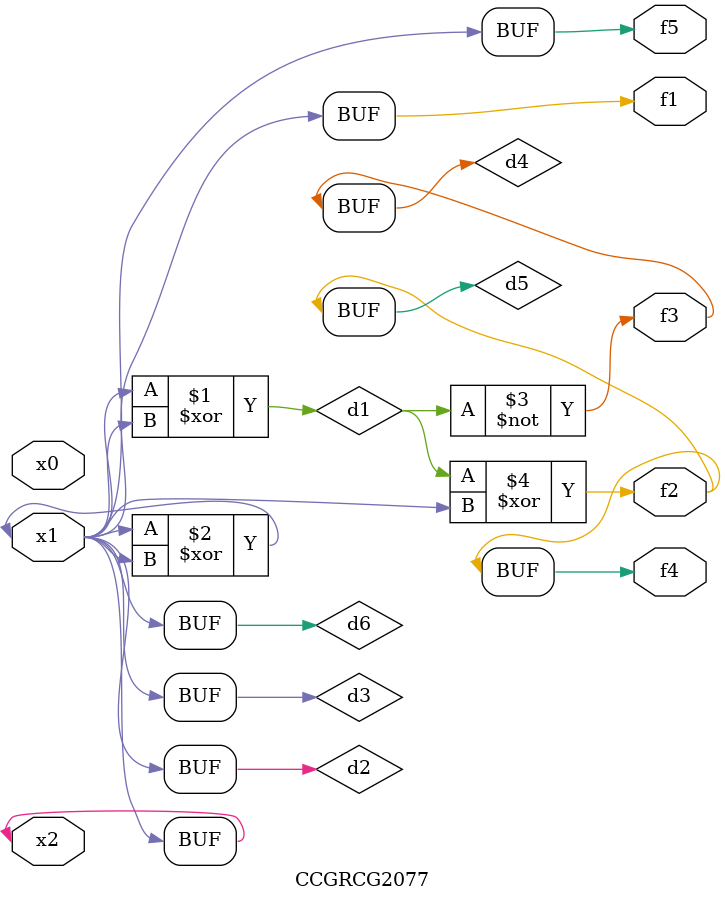
<source format=v>
module CCGRCG2077(
	input x0, x1, x2,
	output f1, f2, f3, f4, f5
);

	wire d1, d2, d3, d4, d5, d6;

	xor (d1, x1, x2);
	buf (d2, x1, x2);
	xor (d3, x1, x2);
	nor (d4, d1);
	xor (d5, d1, d2);
	buf (d6, d2, d3);
	assign f1 = d6;
	assign f2 = d5;
	assign f3 = d4;
	assign f4 = d5;
	assign f5 = d6;
endmodule

</source>
